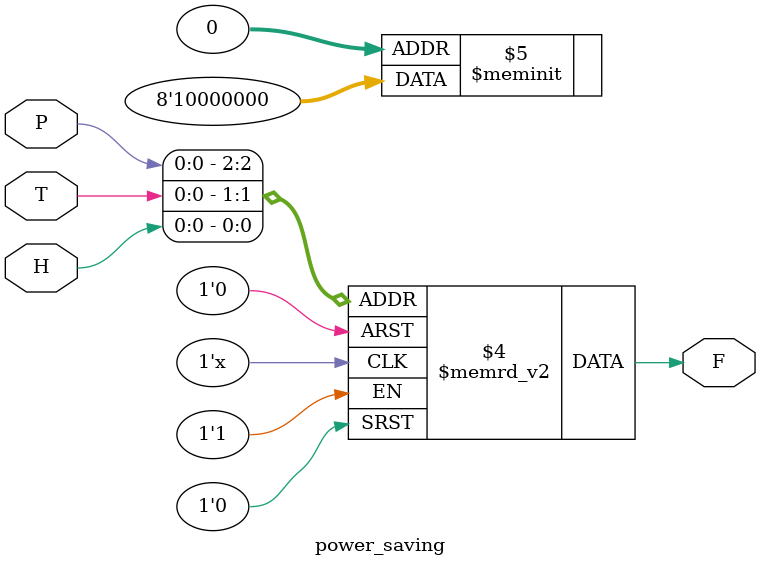
<source format=v>



// Generated by Quartus II 64-Bit Version 12.1 (Build Build 243 01/31/2013)
// Created on Tue Jun  7 16:19:02 2016

//  Module Declaration
module power_saving
(
// {{ALTERA_ARGS_BEGIN}} DO NOT REMOVE THIS LINE!
P, T, H, F
// {{ALTERA_ARGS_END}} DO NOT REMOVE THIS LINE!
);
// Port Declaration

// {{ALTERA_IO_BEGIN}} DO NOT REMOVE THIS LINE!
input P;
input T;
input H;
output F;
// {{ALTERA_IO_END}} DO NOT REMOVE THIS LINE!

reg F;

always@(P or T or H)
begin

	case({P,T,H})
	
		3'b000:F='b0;
		3'b001:F='b0;
		3'b010:F='b0;
		3'b011:F='b0;
		
		3'b100:F='b0;
		3'b101:F='b0;
		3'b110:F='b0;
		3'b111:F='b1;
		
	endcase
	
end

endmodule

</source>
